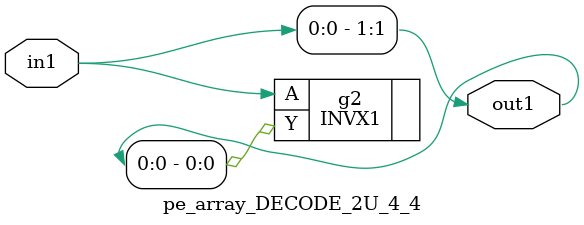
<source format=v>
`timescale 1ps / 1ps


module pe_array_DECODE_2U_4_4(in1, out1);
  input in1;
  output [1:0] out1;
  wire in1;
  wire [1:0] out1;
  assign out1[1] = in1;
  INVX1 g2(.A (in1), .Y (out1[0]));
endmodule



</source>
